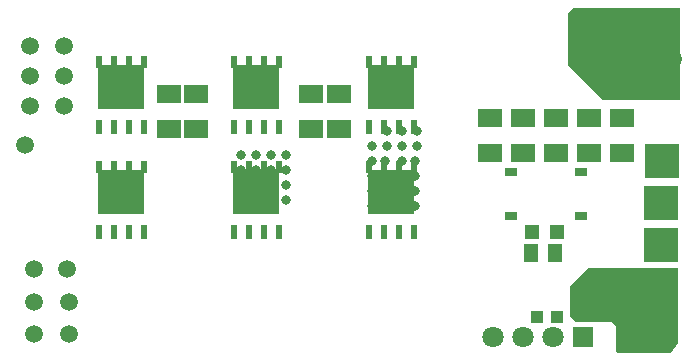
<source format=gbr>
G04 EAGLE Gerber RS-274X export*
G75*
%MOMM*%
%FSLAX34Y34*%
%LPD*%
%INSoldermask Bottom*%
%IPPOS*%
%AMOC8*
5,1,8,0,0,1.08239X$1,22.5*%
G01*
%ADD10R,0.610000X1.270000*%
%ADD11R,0.610000X1.020000*%
%ADD12R,3.910000X3.810000*%
%ADD13R,1.000000X1.100000*%
%ADD14R,2.000000X1.500000*%
%ADD15R,1.800000X1.800000*%
%ADD16C,1.800000*%
%ADD17R,3.000000X3.000000*%
%ADD18R,1.300000X1.600000*%
%ADD19R,1.200000X1.200000*%
%ADD20R,1.000000X0.700000*%
%ADD21C,1.500000*%
%ADD22C,0.825000*%

G36*
X565152Y214505D02*
X565152Y214505D01*
X565154Y214504D01*
X565197Y214524D01*
X565241Y214542D01*
X565241Y214544D01*
X565243Y214545D01*
X565276Y214630D01*
X565276Y292100D01*
X565275Y292102D01*
X565276Y292104D01*
X565256Y292147D01*
X565238Y292191D01*
X565236Y292191D01*
X565235Y292193D01*
X565150Y292226D01*
X474980Y292226D01*
X474977Y292225D01*
X474974Y292226D01*
X474891Y292189D01*
X471081Y288379D01*
X471080Y288376D01*
X471077Y288375D01*
X471044Y288290D01*
X471044Y243840D01*
X471045Y243837D01*
X471044Y243834D01*
X471081Y243751D01*
X500291Y214541D01*
X500294Y214540D01*
X500295Y214537D01*
X500380Y214504D01*
X565150Y214504D01*
X565152Y214505D01*
G37*
G36*
X557543Y-121D02*
X557543Y-121D01*
X557557Y-123D01*
X557593Y-100D01*
X557621Y-88D01*
X557624Y-79D01*
X557633Y-73D01*
X563983Y8817D01*
X563989Y8846D01*
X564006Y8890D01*
X564006Y72390D01*
X564005Y72392D01*
X564006Y72394D01*
X563986Y72437D01*
X563968Y72481D01*
X563966Y72481D01*
X563965Y72483D01*
X563880Y72516D01*
X487680Y72516D01*
X487677Y72515D01*
X487674Y72516D01*
X487591Y72479D01*
X472351Y57239D01*
X472350Y57236D01*
X472347Y57235D01*
X472314Y57150D01*
X472314Y31750D01*
X472315Y31747D01*
X472314Y31744D01*
X472351Y31661D01*
X477431Y26581D01*
X477434Y26580D01*
X477435Y26577D01*
X477520Y26544D01*
X507948Y26544D01*
X511684Y22808D01*
X511684Y1270D01*
X511685Y1267D01*
X511684Y1264D01*
X511721Y1181D01*
X512991Y-89D01*
X512994Y-91D01*
X512995Y-93D01*
X513080Y-126D01*
X557530Y-126D01*
X557543Y-121D01*
G37*
D10*
X340360Y191740D03*
X327660Y191740D03*
X314960Y191740D03*
X302260Y191740D03*
D11*
X302260Y246390D03*
X314960Y246390D03*
X327660Y246390D03*
X340360Y246390D03*
D12*
X321310Y225340D03*
D10*
X340360Y102840D03*
X327660Y102840D03*
X314960Y102840D03*
X302260Y102840D03*
D11*
X302260Y157490D03*
X314960Y157490D03*
X327660Y157490D03*
X340360Y157490D03*
D12*
X321310Y136440D03*
D10*
X226060Y191740D03*
X213360Y191740D03*
X200660Y191740D03*
X187960Y191740D03*
D11*
X187960Y246390D03*
X200660Y246390D03*
X213360Y246390D03*
X226060Y246390D03*
D12*
X207010Y225340D03*
D10*
X226060Y102840D03*
X213360Y102840D03*
X200660Y102840D03*
X187960Y102840D03*
D11*
X187960Y157490D03*
X200660Y157490D03*
X213360Y157490D03*
X226060Y157490D03*
D12*
X207010Y136440D03*
D10*
X111760Y191740D03*
X99060Y191740D03*
X86360Y191740D03*
X73660Y191740D03*
D11*
X73660Y246390D03*
X86360Y246390D03*
X99060Y246390D03*
X111760Y246390D03*
D12*
X92710Y225340D03*
D10*
X111760Y102840D03*
X99060Y102840D03*
X86360Y102840D03*
X73660Y102840D03*
D11*
X73660Y157490D03*
X86360Y157490D03*
X99060Y157490D03*
X111760Y157490D03*
D12*
X92710Y136440D03*
D13*
X461255Y30480D03*
X444255Y30480D03*
D14*
X276860Y219470D03*
X276860Y189470D03*
X253365Y219470D03*
X253365Y189470D03*
X516890Y199150D03*
X516890Y169150D03*
X488950Y199150D03*
X488950Y169150D03*
X461010Y199150D03*
X461010Y169150D03*
X433070Y199150D03*
X433070Y169150D03*
X405130Y199150D03*
X405130Y169150D03*
D15*
X483870Y13970D03*
D16*
X458470Y13970D03*
X433070Y13970D03*
X407670Y13970D03*
D17*
X549910Y91440D03*
X549910Y127000D03*
X550545Y162560D03*
D18*
X439580Y84455D03*
X459580Y84455D03*
D19*
X461350Y102235D03*
X440350Y102235D03*
D20*
X482120Y153120D03*
X422120Y153120D03*
X482120Y116120D03*
X422120Y116120D03*
D14*
X132715Y219470D03*
X132715Y189470D03*
X156210Y219470D03*
X156210Y189470D03*
D21*
X546100Y17780D03*
X521970Y17780D03*
X521970Y39370D03*
X546100Y40640D03*
X516890Y260985D03*
X546100Y261620D03*
X532765Y248920D03*
X487680Y261620D03*
X501650Y249555D03*
X559435Y248920D03*
D22*
X342900Y175260D03*
X330200Y175260D03*
X317500Y175260D03*
X304800Y175260D03*
D21*
X15240Y209550D03*
X44450Y209550D03*
X44450Y234950D03*
X15240Y234950D03*
X15240Y260350D03*
X44450Y260350D03*
D22*
X330200Y124460D03*
X330200Y137160D03*
X330200Y149860D03*
X330200Y162560D03*
X341630Y124460D03*
X341630Y137160D03*
X341630Y149860D03*
X341630Y162560D03*
X304800Y124460D03*
X304800Y137160D03*
X304800Y149860D03*
X304800Y162560D03*
X316230Y124460D03*
X316230Y137160D03*
X316230Y149860D03*
X316230Y162560D03*
X342900Y187960D03*
X330200Y187960D03*
X317500Y187960D03*
D21*
X11430Y175895D03*
D22*
X232410Y167640D03*
X219710Y167640D03*
X219710Y154940D03*
X232410Y154940D03*
X232410Y142240D03*
X219710Y142240D03*
X219710Y129540D03*
X232410Y129540D03*
X207010Y167640D03*
X194310Y167640D03*
X194310Y154940D03*
X207010Y154940D03*
X207010Y142240D03*
X194310Y142240D03*
X194310Y129540D03*
X207010Y129540D03*
D21*
X48260Y16510D03*
X19050Y16510D03*
X19050Y43180D03*
X46990Y71120D03*
X19050Y71120D03*
X48260Y43180D03*
M02*

</source>
